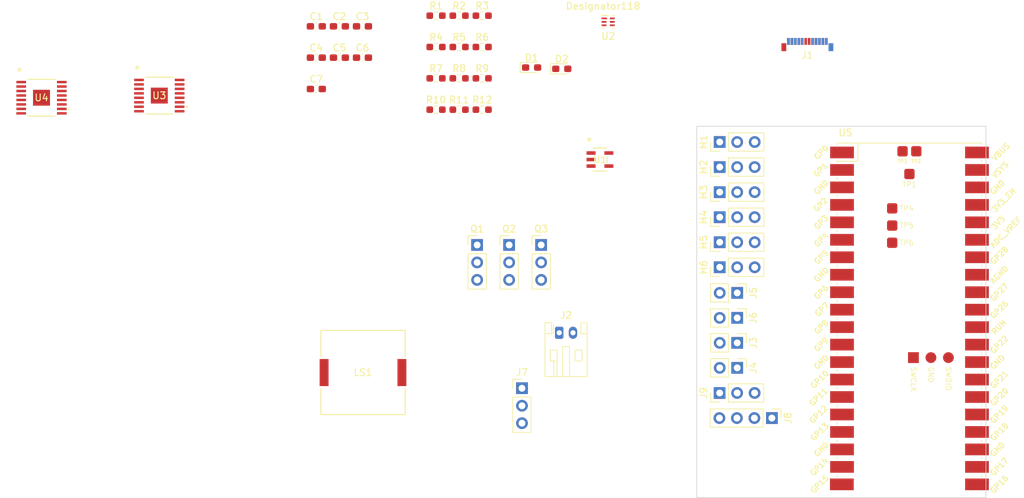
<source format=kicad_pcb>
(kicad_pcb (version 20221018) (generator pcbnew)
  (layers (0 "F.Cu" signal) (31 "B.Cu" signal) (34 "B.Paste" user) (35 "F.Paste" user) (36 "B.SilkS" user "B.Silkscreen") (37 "F.SilkS" user "F.Silkscreen") (38 "B.Mask" user) (39 "F.Mask" user) (44 "Edge.Cuts" user))
  (net 0 "")
  (net 1 "GND")
  (net 2 "/Pico W/SRV_01")
  (net 3 "/Pico W/SRV_02")
  (net 4 "/Pico W/SRV_03")
  (net 5 "/Pico W/SRV_04")
  (net 6 "/Motor Management/MOT_A+")
  (net 7 "/Motor Management/MOT_A-")
  (net 8 "/Pico W/SRV_05")
  (net 9 "/Pico W/SRV_06")
  (net 10 "/Motor Management/nFAULT_01")
  (net 11 "/Motor Management/nFAULT_02")
  (net 12 "/Motor Management/MOT_C+")
  (net 13 "/Motor Management/MOT_C-")
  (net 14 "/Extras/BUZZER")
  (net 15 "/Pico W/SDA")
  (net 16 "/Pico W/SCL")
  (net 17 "/Motor Management/MOT_D-")
  (net 18 "/Motor Management/MOT_D+")
  (net 19 "/Extras/RGB_LED")
  (net 20 "/Motor Management/MOT_B-")
  (net 21 "/Motor Management/MOT_B+")
  (net 22 "+3.3V")
  (net 23 "+5V")
  (net 24 "VBUS")
  (net 25 "Net-(J7-Pin_3)")
  (net 26 "Net-(J7-Pin_1)")
  (net 27 "/Pico W/USB_D+")
  (net 28 "/Pico W/BOOTSEL")
  (net 29 "Net-(U2-BAT)")
  (net 30 "/Power Management/POWER_LED_A")
  (net 31 "Net-(D2-K)")
  (net 34 "Net-(J1-CC1)")
  (net 40 "Net-(J1-CC2)")
  (net 44 "/Power Management/BAT_GND")
  (net 45 "Net-(J3-Pin_1)")
  (net 46 "Net-(J3-Pin_2)")
  (net 47 "Net-(J4-Pin_1)")
  (net 48 "Net-(J4-Pin_2)")
  (net 49 "Net-(J5-Pin_1)")
  (net 50 "Net-(J5-Pin_2)")
  (net 51 "Net-(J6-Pin_1)")
  (net 52 "Net-(J6-Pin_2)")
  (net 53 "/Power Management/Batt_Source")
  (net 54 "Net-(Q2-D)")
  (net 55 "Net-(Q2-G)")
  (net 56 "Net-(Q2-S)")
  (net 57 "Net-(Q3-G)")
  (net 58 "VSYS")
  (net 59 "Net-(U1-STAT)")
  (net 60 "Net-(U1-PROG)")
  (net 61 "Net-(U2-V-)")
  (net 62 "Net-(U4-AISEN)")
  (net 63 "Net-(U3-AISEN)")
  (net 64 "Net-(U4-BISEN)")
  (net 65 "Net-(U3-BISEN)")
  (footprint "Resistor_SMD:R_0603_1608Metric_Pad0.98x0.95mm_HandSolder" (layer "F.Cu") (at 162.13 43.032)
    (fp_text reference "R7" (at 0 -1.43) (layer "F.SilkS"))
    (fp_text value "330")
    (pad "1" smd roundrect (at -0.9125 0) (size 0.975 0.95) (layers "F.Cu" "F.Paste" "F.Mask") (net 1 "GND"))
    (pad "2" smd roundrect (at 0.9125 0) (size 0.975 0.95) (layers "F.Cu" "F.Paste" "F.Mask") (net 29 "Net-(U2-BAT)"))
  )
  (footprint "Resistor_SMD:R_0603_1608Metric_Pad0.98x0.95mm_HandSolder" (layer "F.Cu") (at 168.83 43.032)
    (fp_text reference "R9" (at 0 -1.43) (layer "F.SilkS"))
    (fp_text value "R")
    (pad "1" smd roundrect (at -0.9125 0) (size 0.975 0.95) (layers "F.Cu" "F.Paste" "F.Mask") (net 62 "Net-(U4-AISEN)"))
    (pad "2" smd roundrect (at 0.9125 0) (size 0.975 0.95) (layers "F.Cu" "F.Paste" "F.Mask") (net 1 "GND"))
  )
  (footprint "Resistor_SMD:R_0603_1608Metric_Pad0.98x0.95mm_HandSolder" (layer "F.Cu") (at 165.48 47.588)
    (fp_text reference "R11" (at 0 -1.43) (layer "F.SilkS"))
    (fp_text value "R")
    (pad "1" smd roundrect (at -0.9125 0) (size 0.975 0.95) (layers "F.Cu" "F.Paste" "F.Mask") (net 64 "Net-(U4-BISEN)"))
    (pad "2" smd roundrect (at 0.9125 0) (size 0.975 0.95) (layers "F.Cu" "F.Paste" "F.Mask") (net 1 "GND"))
  )
  (footprint "Connector_PinHeader_2.54mm:PinHeader_1x03_P2.54mm_Vertical" (layer "F.Cu") (at 203.335 70.506666 90)
    (fp_text reference "M6" (at 0 -2.33 90) (layer "F.SilkS"))
    (fp_text value "Motor_Servo")
    (pad "1" thru_hole rect (at 0 0 90) (size 1.7 1.7) (drill 1) (layers "*.Cu" "*.Mask") (net 8 "/Pico W/SRV_05"))
    (pad "2" thru_hole oval (at 0 2.54 90) (size 1.7 1.7) (drill 1) (layers "*.Cu" "*.Mask") (net 23 "+5V"))
    (pad "3" thru_hole oval (at 0 5.08 90) (size 1.7 1.7) (drill 1) (layers "*.Cu" "*.Mask") (net 1 "GND"))
  )
  (footprint "MCP73831:SOT-23-5_MC_MCH" (layer "F.Cu") (at 185.94 54.84)
    (fp_text reference "U1" (at 0 0 unlocked) (layer "F.SilkS"))
    (fp_text value "MCP73831T-2ACI/OT")
    (fp_text user "*" (at -1.5494 -2.601) (layer "F.SilkS"))
    (fp_text user "*" (at -1.5494 -2.601 unlocked) (layer "F.SilkS"))
    (pad "1" smd rect (at -1.2954 -0.950001) (size 1.309599 0.508) (layers "F.Cu" "F.Paste" "F.Mask") (net 59 "Net-(U1-STAT)"))
    (pad "2" smd rect (at -1.2954 0) (size 1.309599 0.508) (layers "F.Cu" "F.Paste" "F.Mask") (net 1 "GND"))
    (pad "3" smd rect (at -1.2954 0.950001) (size 1.309599 0.508) (layers "F.Cu" "F.Paste" "F.Mask") (net 1 "GND"))
    (pad "4" smd rect (at 1.2954 0.950001) (size 1.309599 0.508) (layers "F.Cu" "F.Paste" "F.Mask") (net 24 "VBUS"))
    (pad "5" smd rect (at 1.2954 -0.950001) (size 1.309599 0.508) (layers "F.Cu" "F.Paste" "F.Mask") (net 60 "Net-(U1-PROG)"))
  )
  (footprint "Connector_PinHeader_2.54mm:PinHeader_1x03_P2.54mm_Vertical" (layer "F.Cu") (at 203.335 63.220666 90)
    (fp_text reference "M4" (at 0 -2.33 90) (layer "F.SilkS"))
    (fp_text value "Motor_Servo")
    (pad "1" thru_hole rect (at 0 0 90) (size 1.7 1.7) (drill 1) (layers "*.Cu" "*.Mask") (net 4 "/Pico W/SRV_03"))
    (pad "2" thru_hole oval (at 0 2.54 90) (size 1.7 1.7) (drill 1) (layers "*.Cu" "*.Mask") (net 23 "+5V"))
    (pad "3" thru_hole oval (at 0 5.08 90) (size 1.7 1.7) (drill 1) (layers "*.Cu" "*.Mask") (net 1 "GND"))
  )
  (footprint "Connector_PinHeader_2.54mm:PinHeader_1x03_P2.54mm_Vertical" (layer "F.Cu") (at 203.335 66.863666 90)
    (fp_text reference "M5" (at 0 -2.33 90) (layer "F.SilkS"))
    (fp_text value "Motor_Servo")
    (pad "1" thru_hole rect (at 0 0 90) (size 1.7 1.7) (drill 1) (layers "*.Cu" "*.Mask") (net 5 "/Pico W/SRV_04"))
    (pad "2" thru_hole oval (at 0 2.54 90) (size 1.7 1.7) (drill 1) (layers "*.Cu" "*.Mask") (net 23 "+5V"))
    (pad "3" thru_hole oval (at 0 5.08 90) (size 1.7 1.7) (drill 1) (layers "*.Cu" "*.Mask") (net 1 "GND"))
  )
  (footprint "Connector_PinHeader_2.54mm:PinHeader_1x03_P2.54mm_Vertical" (layer "F.Cu") (at 174.61 88.095)
    (fp_text reference "J7" (at 0 -2.33) (layer "F.SilkS"))
    (fp_text value "Conn_01x03")
    (pad "1" thru_hole rect (at 0 0) (size 1.7 1.7) (drill 1) (layers "*.Cu" "*.Mask") (net 26 "Net-(J7-Pin_1)"))
    (pad "2" thru_hole oval (at 0 2.54) (size 1.7 1.7) (drill 1) (layers "*.Cu" "*.Mask") (net 1 "GND"))
    (pad "3" thru_hole oval (at 0 5.08) (size 1.7 1.7) (drill 1) (layers "*.Cu" "*.Mask") (net 25 "Net-(J7-Pin_3)"))
  )
  (footprint "Resistor_SMD:R_0603_1608Metric_Pad0.98x0.95mm_HandSolder" (layer "F.Cu") (at 168.83 33.92)
    (fp_text reference "R3" (at 0 -1.43) (layer "F.SilkS"))
    (fp_text value "2k")
    (pad "1" smd roundrect (at -0.9125 0) (size 0.975 0.95) (layers "F.Cu" "F.Paste" "F.Mask") (net 58 "VSYS"))
    (pad "2" smd roundrect (at 0.9125 0) (size 0.975 0.95) (layers "F.Cu" "F.Paste" "F.Mask") (net 30 "/Power Management/POWER_LED_A"))
  )
  (footprint "DRV8411:TSSOP_11PWPR_TEX" (layer "F.Cu") (at 104.8211 45.85)
    (fp_text reference "U4" (at 0 0 unlocked) (layer "F.SilkS"))
    (fp_text value "PDRV8411PWPR")
    (fp_text user "*" (at -3.20395 -3.772751) (layer "F.SilkS"))
    (fp_text user "*" (at -3.20395 -3.772751 unlocked) (layer "F.SilkS"))
    (pad "1" smd rect (at -2.949948 -2.274951) (size 1.404099 0.3548) (layers "F.Cu" "F.Paste" "F.Mask") (net 62 "Net-(U4-AISEN)"))
    (pad "2" smd rect (at -2.949948 -1.624965) (size 1.404099 0.3548) (layers "F.Cu" "F.Paste" "F.Mask") (net 46 "Net-(J3-Pin_2)"))
    (pad "3" smd rect (at -2.949948 -0.974979) (size 1.404099 0.3548) (layers "F.Cu" "F.Paste" "F.Mask") (net 48 "Net-(J4-Pin_2)"))
    (pad "4" smd rect (at -2.949948 -0.324993) (size 1.404099 0.3548) (layers "F.Cu" "F.Paste" "F.Mask") (net 64 "Net-(U4-BISEN)"))
    (pad "5" smd rect (at -2.949948 0.324993) (size 1.404099 0.3548) (layers "F.Cu" "F.Paste" "F.Mask") (net 47 "Net-(J4-Pin_1)"))
    (pad "6" smd rect (at -2.949948 0.974979) (size 1.404099 0.3548) (layers "F.Cu" "F.Paste" "F.Mask") (net 11 "/Motor Management/nFAULT_02"))
    (pad "7" smd rect (at -2.949948 1.624965) (size 1.404099 0.3548) (layers "F.Cu" "F.Paste" "F.Mask") (net 18 "/Motor Management/MOT_D+"))
    (pad "8" smd rect (at -2.949948 2.274951) (size 1.404099 0.3548) (layers "F.Cu" "F.Paste" "F.Mask") (net 17 "/Motor Management/MOT_D-"))
    (pad "9" smd rect (at 2.949948 2.274951) (size 1.404099 0.3548) (layers "F.Cu" "F.Paste" "F.Mask"))
    (pad "10" smd rect (at 2.949948 1.624965) (size 1.404099 0.3548) (layers "F.Cu" "F.Paste" "F.Mask") (net 23 "+5V"))
    (pad "11" smd rect (at 2.949948 0.974979) (size 1.404099 0.3548) (layers "F.Cu" "F.Paste" "F.Mask") (net 1 "GND"))
    (pad "12" smd rect (at 2.949948 0.324993) (size 1.404099 0.3548) (layers "F.Cu" "F.Paste" "F.Mask"))
    (pad "13" smd rect (at 2.949948 -0.324993) (size 1.404099 0.3548) (layers "F.Cu" "F.Paste" "F.Mask") (net 13 "/Motor Management/MOT_C-"))
    (pad "14" smd rect (at 2.949948 -0.974979) (size 1.404099 0.3548) (layers "F.Cu" "F.Paste" "F.Mask") (net 12 "/Motor Management/MOT_C+"))
    (pad "15" smd rect (at 2.949948 -1.624965) (size 1.404099 0.3548) (layers "F.Cu" "F.Paste" "F.Mask"))
    (pad "16" smd rect (at 2.949948 -2.274951) (size 1.404099 0.3548) (layers "F.Cu" "F.Paste" "F.Mask") (net 45 "Net-(J3-Pin_1)"))
    (pad "EPAD" smd rect (at 0 0) (size 2.4638 2.3114) (layers "F.Cu" "F.Paste" "F.Mask") (net 1 "GND"))
  )
  (footprint "Capacitor_SMD:C_0603_1608Metric_Pad1.08x0.95mm_HandSolder" (layer "F.Cu") (at 148.09 40.026)
    (fp_text reference "C5" (at 0 -1.43) (layer "F.SilkS"))
    (fp_text value "C")
    (pad "1" smd roundrect (at -0.8625 0) (size 1.075 0.95) (layers "F.Cu" "F.Paste" "F.Mask") (net 23 "+5V"))
    (pad "2" smd roundrect (at 0.8625 0) (size 1.075 0.95) (layers "F.Cu" "F.Paste" "F.Mask") (net 1 "GND"))
  )
  (footprint "LED_SMD:LED_0603_1608Metric_Pad1.05x0.95mm_HandSolder" (layer "F.Cu") (at 180.3925 41.65)
    (fp_text reference "D2" (at 0 -1.43) (layer "F.SilkS"))
    (fp_text value "LED")
    (pad "1" smd roundrect (at -0.875 0) (size 1.05 0.95) (layers "F.Cu" "F.Paste" "F.Mask") (net 31 "Net-(D2-K)"))
    (pad "2" smd roundrect (at 0.875 0) (size 1.05 0.95) (layers "F.Cu" "F.Paste" "F.Mask") (net 24 "VBUS"))
  )
  (footprint "Connector_USB:USB_C_Plug_Molex_105444" (layer "F.Cu") (at 216.07 37.62)
    (fp_text reference "J1" (at 0 2.04) (layer "F.SilkS"))
    (fp_text value "USB_C_Receptacle")
    (pad "A1" smd rect (at -2.75 0.04) (size 0.38 1) (layers "F.Cu" "F.Paste" "F.Mask") (net 1 "GND"))
    (pad "A2" smd rect (at -2.25 0.04) (size 0.38 1) (layers "F.Cu" "F.Paste" "F.Mask"))
    (pad "A3" smd rect (at -1.75 0.04) (size 0.38 1) (layers "F.Cu" "F.Paste" "F.Mask"))
    (pad "A4" smd rect (at -1.25 0.04) (size 0.38 1) (layers "F.Cu" "F.Paste" "F.Mask") (net 24 "VBUS"))
    (pad "A5" smd rect (at -0.75 0.04) (size 0.38 1) (layers "F.Cu" "F.Paste" "F.Mask") (net 34 "Net-(J1-CC1)"))
    (pad "A6" smd rect (at -0.25 0.04) (size 0.38 1) (layers "F.Cu" "F.Paste" "F.Mask") (net 27 "/Pico W/USB_D+"))
    (pad "A7" smd rect (at 0.25 0.04) (size 0.38 1) (layers "F.Cu" "F.Paste" "F.Mask") (net 27 "/Pico W/USB_D+"))
    (pad "A8" smd rect (at 0.75 0.04) (size 0.38 1) (layers "F.Cu" "F.Paste" "F.Mask"))
    (pad "A9" smd rect (at 1.25 0.04) (size 0.38 1) (layers "F.Cu" "F.Paste" "F.Mask") (net 24 "VBUS"))
    (pad "A10" smd rect (at 1.75 0.04) (size 0.38 1) (layers "F.Cu" "F.Paste" "F.Mask"))
    (pad "A11" smd rect (at 2.25 0.04) (size 0.38 1) (layers "F.Cu" "F.Paste" "F.Mask"))
    (pad "A12" smd rect (at 2.75 0.04) (size 0.38 1) (layers "F.Cu" "F.Paste" "F.Mask") (net 1 "GND"))
    (pad "B1" smd rect (at 2.75 0.04) (size 0.38 1) (layers "B.Cu" "B.Paste" "B.Mask") (net 1 "GND"))
    (pad "B2" smd rect (at 2.25 0.04) (size 0.38 1) (layers "B.Cu" "B.Paste" "B.Mask"))
    (pad "B3" smd rect (at 1.75 0.04) (size 0.38 1) (layers "B.Cu" "B.Paste" "B.Mask"))
    (pad "B4" smd rect (at 1.25 0.04) (size 0.38 1) (layers "B.Cu" "B.Paste" "B.Mask") (net 24 "VBUS"))
    (pad "B5" smd rect (at 0.75 0.04) (size 0.38 1) (layers "B.Cu" "B.Paste" "B.Mask") (net 40 "Net-(J1-CC2)"))
    (pad "B8" smd rect (at -0.75 0.04) (size 0.38 1) (layers "B.Cu" "B.Paste" "B.Mask"))
    (pad "B9" smd rect (at -1.25 0.04) (size 0.38 1) (layers "B.Cu" "B.Paste" "B.Mask") (net 24 "VBUS"))
    (pad "B10" smd rect (at -1.75 0.04) (size 0.38 1) (layers "B.Cu" "B.Paste" "B.Mask"))
    (pad "B11" smd rect (at -2.25 0.04) (size 0.38 1) (layers "B.Cu" "B.Paste" "B.Mask"))
    (pad "B12" smd rect (at -2.75 0.04) (size 0.38 1) (layers "B.Cu" "B.Paste" "B.Mask") (net 1 "GND"))
    (pad "S1" smd rect (at -3.42 0.88) (size 0.7 1.15) (layers "F.Cu" "F.Paste" "F.Mask") (net 1 "GND"))
    (pad "S1" smd rect (at 3.42 0.88) (size 0.7 1.15) (layers "B.Cu" "B.Paste" "B.Mask") (net 1 "GND"))
  )
  (footprint "Connector_PinHeader_2.54mm:PinHeader_1x02_P2.54mm_Vertical" (layer "F.Cu") (at 205.875 77.863333 -90)
    (fp_text reference "J6" (at 0 -2.33 90) (layer "F.SilkS"))
    (fp_text value "Motor 2")
    (pad "1" thru_hole rect (at 0 0 270) (size 1.7 1.7) (drill 1) (layers "*.Cu" "*.Mask") (net 51 "Net-(J6-Pin_1)"))
    (pad "2" thru_hole oval (at 0 2.54 270) (size 1.7 1.7) (drill 1) (layers "*.Cu" "*.Mask") (net 52 "Net-(J6-Pin_2)"))
  )
  (footprint "Resistor_SMD:R_0603_1608Metric_Pad0.98x0.95mm_HandSolder" (layer "F.Cu") (at 168.83 47.588)
    (fp_text reference "R12" (at 0 -1.43) (layer "F.SilkS"))
    (fp_text value "R")
    (pad "1" smd roundrect (at -0.9125 0) (size 0.975 0.95) (layers "F.Cu" "F.Paste" "F.Mask") (net 65 "Net-(U3-BISEN)"))
    (pad "2" smd roundrect (at 0.9125 0) (size 0.975 0.95) (layers "F.Cu" "F.Paste" "F.Mask") (net 1 "GND"))
  )
  (footprint "Connector_PinHeader_2.54mm:PinHeader_1x03_P2.54mm_Vertical" (layer "F.Cu") (at 203.325 88.78 90)
    (fp_text reference "J9" (at 0 -2.33 90) (layer "F.SilkS"))
    (fp_text value "RGBLED")
    (pad "1" thru_hole rect (at 0 0 90) (size 1.7 1.7) (drill 1) (layers "*.Cu" "*.Mask") (net 23 "+5V"))
    (pad "2" thru_hole oval (at 0 2.54 90) (size 1.7 1.7) (drill 1) (layers "*.Cu" "*.Mask") (net 19 "/Extras/RGB_LED"))
    (pad "3" thru_hole oval (at 0 5.08 90) (size 1.7 1.7) (drill 1) (layers "*.Cu" "*.Mask") (net 1 "GND"))
  )
  (footprint "Resistor_SMD:R_0603_1608Metric_Pad0.98x0.95mm_HandSolder" (layer "F.Cu") (at 168.83 38.476)
    (fp_text reference "R6" (at 0 -1.43) (layer "F.SilkS"))
    (fp_text value "3k3")
    (pad "1" smd roundrect (at -0.9125 0) (size 0.975 0.95) (layers "F.Cu" "F.Paste" "F.Mask") (net 60 "Net-(U1-PROG)"))
    (pad "2" smd roundrect (at 0.9125 0) (size 0.975 0.95) (layers "F.Cu" "F.Paste" "F.Mask") (net 1 "GND"))
  )
  (footprint "Connector_JST:JST_PH_S2B-PH-K_1x02_P2.00mm_Horizontal" (layer "F.Cu") (at 180.02 80.03)
    (fp_text reference "J2" (at 1 -2.55) (layer "F.SilkS"))
    (fp_text value "BAT")
    (pad "1" thru_hole roundrect (at 0 0) (size 1.2 1.75) (drill 0.75) (layers "*.Cu" "*.Mask") (roundrect_rratio 0.208333) (net 1 "GND"))
    (pad "2" thru_hole oval (at 2 0) (size 1.2 1.75) (drill 0.75) (layers "*.Cu" "*.Mask") (net 44 "/Power Management/BAT_GND"))
  )
  (footprint "PKLCS1212:PKLCS_472x472_MUR" (layer "F.Cu") (at 151.52 85.81)
    (fp_text reference "LS1" (at 0 0 unlocked) (layer "F.SilkS"))
    (fp_text value "PKLCS1212E4001-R1")
    (pad "1" smd rect (at -5.6515 0) (size 1.2954 3.937) (layers "F.Cu" "F.Paste" "F.Mask") (net 14 "/Extras/BUZZER"))
    (pad "2" smd rect (at 5.6515 0) (size 1.2954 3.937) (layers "F.Cu" "F.Paste" "F.Mask") (net 1 "GND"))
  )
  (footprint "Resistor_SMD:R_0603_1608Metric_Pad0.98x0.95mm_HandSolder" (layer "F.Cu") (at 162.13 47.588)
    (fp_text reference "R10" (at 0 -1.43) (layer "F.SilkS"))
    (fp_text value "R")
    (pad "1" smd roundrect (at -0.9125 0) (size 0.975 0.95) (layers "F.Cu" "F.Paste" "F.Mask") (net 63 "Net-(U3-AISEN)"))
    (pad "2" smd roundrect (at 0.9125 0) (size 0.975 0.95) (layers "F.Cu" "F.Paste" "F.Mask") (net 1 "GND"))
  )
  (footprint "Resistor_SMD:R_0603_1608Metric_Pad0.98x0.95mm_HandSolder" (layer "F.Cu") (at 165.48 43.032)
    (fp_text reference "R8" (at 0 -1.43) (layer "F.SilkS"))
    (fp_text value "2.2k")
    (pad "1" smd roundrect (at -0.9125 0) (size 0.975 0.95) (layers "F.Cu" "F.Paste" "F.Mask") (net 61 "Net-(U2-V-)"))
    (pad "2" smd roundrect (at 0.9125 0) (size 0.975 0.95) (layers "F.Cu" "F.Paste" "F.Mask") (net 56 "Net-(Q2-S)"))
  )
  (footprint "Connector_PinHeader_2.54mm:PinHeader_1x03_P2.54mm_Vertical" (layer "F.Cu") (at 203.335 59.577666 90)
    (fp_text reference "M3" (at 0 -2.33 90) (layer "F.SilkS"))
    (fp_text value "Motor_Servo")
    (pad "1" thru_hole rect (at 0 0 90) (size 1.7 1.7) (drill 1) (layers "*.Cu" "*.Mask") (net 3 "/Pico W/SRV_02"))
    (pad "2" thru_hole oval (at 0 2.54 90) (size 1.7 1.7) (drill 1) (layers "*.Cu" "*.Mask") (net 23 "+5V"))
    (pad "3" thru_hole oval (at 0 5.08 90) (size 1.7 1.7) (drill 1) (layers "*.Cu" "*.Mask") (net 1 "GND"))
  )
  (footprint "DRV8411:TSSOP_11PWPR_TEX" (layer "F.Cu") (at 121.9311 45.54)
    (fp_text reference "U3" (at 0 0 unlocked) (layer "F.SilkS"))
    (fp_text value "PDRV8411PWPR")
    (fp_text user "*" (at -3.20395 -3.772751) (layer "F.SilkS"))
    (fp_text user "*" (at -3.20395 -3.772751 unlocked) (layer "F.SilkS"))
    (pad "1" smd rect (at -2.949948 -2.274951) (size 1.404099 0.3548) (layers "F.Cu" "F.Paste" "F.Mask") (net 63 "Net-(U3-AISEN)"))
    (pad "2" smd rect (at -2.949948 -1.624965) (size 1.404099 0.3548) (layers "F.Cu" "F.Paste" "F.Mask") (net 50 "Net-(J5-Pin_2)"))
    (pad "3" smd rect (at -2.949948 -0.974979) (size 1.404099 0.3548) (layers "F.Cu" "F.Paste" "F.Mask") (net 52 "Net-(J6-Pin_2)"))
    (pad "4" smd rect (at -2.949948 -0.324993) (size 1.404099 0.3548) (layers "F.Cu" "F.Paste" "F.Mask") (net 65 "Net-(U3-BISEN)"))
    (pad "5" smd rect (at -2.949948 0.324993) (size 1.404099 0.3548) (layers "F.Cu" "F.Paste" "F.Mask") (net 51 "Net-(J6-Pin_1)"))
    (pad "6" smd rect (at -2.949948 0.974979) (size 1.404099 0.3548) (layers "F.Cu" "F.Paste" "F.Mask") (net 10 "/Motor Management/nFAULT_01"))
    (pad "7" smd rect (at -2.949948 1.624965) (size 1.404099 0.3548) (layers "F.Cu" "F.Paste" "F.Mask") (net 21 "/Motor Management/MOT_B+"))
    (pad "8" smd rect (at -2.949948 2.274951) (size 1.404099 0.3548) (layers "F.Cu" "F.Paste" "F.Mask") (net 20 "/Motor Management/MOT_B-"))
    (pad "9" smd rect (at 2.949948 2.274951) (size 1.404099 0.3548) (layers "F.Cu" "F.Paste" "F.Mask"))
    (pad "10" smd rect (at 2.949948 1.624965) (size 1.404099 0.3548) (layers "F.Cu" "F.Paste" "F.Mask") (net 23 "+5V"))
    (pad "11" smd rect (at 2.949948 0.974979) (size 1.404099 0.3548) (layers "F.Cu" "F.Paste" "F.Mask") (net 1 "GND"))
    (pad "12" smd rect (at 2.949948 0.324993) (size 1.404099 0.3548) (layers "F.Cu" "F.Paste" "F.Mask"))
    (pad "13" smd rect (at 2.949948 -0.324993) (size 1.404099 0.3548) (layers "F.Cu" "F.Paste" "F.Mask") (net 7 "/Motor Management/MOT_A-"))
    (pad "14" smd rect (at 2.949948 -0.974979) (size 1.404099 0.3548) (layers "F.Cu" "F.Paste" "F.Mask") (net 6 "/Motor Management/MOT_A+"))
    (pad "15" smd rect (at 2.949948 -1.624965) (size 1.404099 0.3548) (layers "F.Cu" "F.Paste" "F.Mask"))
    (pad "16" smd rect (at 2.949948 -2.274951) (size 1.404099 0.3548) (layers "F.Cu" "F.Paste" "F.Mask") (net 49 "Net-(J5-Pin_1)"))
    (pad "EPAD" smd rect (at 0 0) (size 2.4638 2.3114) (layers "F.Cu" "F.Paste" "F.Mask") (net 1 "GND"))
  )
  (footprint "MCU_RaspberryPi_and_Boards:RPi_Pico_W_SMD" (layer "F.Cu") (at 220.39 103.44)
    (fp_text reference "U5" (at 1.21 -52.49) (layer "F.SilkS"))
    (fp_text value "Pico")
    (fp_text user "GND" (at -2.3 -19.15 45) (layer "F.SilkS") (effects (font (size 0.8 0.8))))
    (fp_text user "GP3" (at -2.3 -39.47 45) (layer "F.SilkS") (effects (font (size 0.8 0.8))))
    (fp_text user "GP17" (at 23.554 -3.91 45) (layer "F.SilkS") (effects (font (size 0.8 0.8))))
    (fp_text user "GP11" (at -2.7 -14.07 45) (layer "F.SilkS") (effects (font (size 0.8 0.8))))
    (fp_text user "TP5" (at 9.01 -38.56425 unlocked) (layer "F.SilkS") (effects (font (size 0.75 0.75) (thickness 0.1)) (justify left bottom)))
    (fp_text user "GP21" (at 23.554 -16.6 45) (layer "F.SilkS") (effects (font (size 0.8 0.8))))
    (fp_text user "GP10" (at -2.554 -16.61 45) (layer "F.SilkS") (effects (font (size 0.8 0.8))))
    (fp_text user "GP20" (at 23.554 -14.07 45) (layer "F.SilkS") (effects (font (size 0.8 0.8))))
    (fp_text user "GP13" (at -2.554 -8.99 45) (layer "F.SilkS") (effects (font (size 0.8 0.8))))
    (fp_text user "GP18" (at 23.554 -8.99 45) (layer "F.SilkS") (effects (font (size 0.8 0.8))))
    (fp_text user "AGND" (at 23.554 -31.85 45) (layer "F.SilkS") (effects (font (size 0.8 0.8))))
    (fp_text user "GND" (at 23.3 -6.45 45) (layer "F.SilkS") (effects (font (size 0.8 0.8))))
    (fp_text user "GND" (at 23.3 -19.15 45) (layer "F.SilkS") (effects (font (size 0.8 0.8))))
    (fp_text user "GP8" (at -2.3 -24.23 45) (layer "F.SilkS") (effects (font (size 0.8 0.8))))
    (fp_text user "GP6" (at -2.3 -29.31 45) (layer "F.SilkS") (effects (font (size 0.8 0.8))))
    (fp_text user "SWCLK" (at 10.64835 -18.52 -90 unlocked) (layer "F.SilkS") (effects (font (size 0.75 0.75) (thickness 0.1)) (justify left bottom)))
    (fp_text user "TP6" (at 9.01 -36.06425 unlocked) (layer "F.SilkS") (effects (font (size 0.75 0.75) (thickness 0.1)) (justify left bottom)))
    (fp_text user "GP28" (at 23.554 -34.644 45) (layer "F.SilkS") (effects (font (size 0.8 0.8))))
    (fp_text user "SWDIO" (at 15.72835 -18.52 -90 unlocked) (layer "F.SilkS") (effects (font (size 0.75 0.75) (thickness 0.1)) (justify left bottom)))
    (fp_text user "GP7" (at -2.2 -26.8 45) (layer "F.SilkS") (effects (font (size 0.8 0.8))))
    (fp_text user "TP1" (at 9.407143 -44.53 unlocked) (layer "F.SilkS") (effects (font (size 0.75 0.75) (thickness 0.1)) (justify left bottom)))
    (fp_text user "GP14" (at -2.6 -3.91 45) (layer "F.SilkS") (effects (font (size 0.8 0.8))))
    (fp_text user "GND" (at 23.3 -44.55 45) (layer "F.SilkS") (effects (font (size 0.8 0.8))))
    (fp_text user "RUN" (at 23.5 -24.23 45) (layer "F.SilkS") (effects (font (size 0.8 0.8))))
    (fp_text user "GP26" (at 23.554 -26.77 45) (layer "F.SilkS") (effects (font (size 0.8 0.8))))
    (fp_text user "ADC_VREF" (at 24.5 -38 45) (layer "F.SilkS") (effects (font (size 0.8 0.8))))
    (fp_text user "GP9" (at -2.3 -21.69 45) (layer "F.SilkS") (effects (font (size 0.8 0.8))))
    (fp_text user "GP0" (at -2.3 -49.63 45) (layer "F.SilkS") (effects (font (size 0.8 0.8))))
    (fp_text user "GP15" (at -2.554 -1.37 45) (layer "F.SilkS") (effects (font (size 0.8 0.8))))
    (fp_text user "VBUS" (at 23.8 -49.7 45) (layer "F.SilkS") (effects (font (size 0.8 0.8))))
    (fp_text user "TP2" (at 10.721429 -48.06 unlocked) (layer "F.SilkS") (effects (font (size 0.5 0.5) (thickness 0.1)) (justify left bottom)))
    (fp_text user "GND" (at 13.18835 -18.52 -90 unlocked) (layer "F.SilkS") (effects (font (size 0.75 0.75) (thickness 0.1)) (justify left bottom)))
    (fp_text user "GP12" (at -2.7 -11.53 45) (layer "F.SilkS") (effects (font (size 0.8 0.8))))
    (fp_text user "GP19" (at 23.554 -11.53 45) (layer "F.SilkS") (effects (font (size 0.8 0.8))))
    (fp_text user "VSYS" (at 23.7 -47.09 45) (layer "F.SilkS") (effects (font (size 0.8 0.8))))
    (fp_text user "GP4" (at -2.3 -36.93 45) (layer "F.SilkS") (effects (font (size 0.8 0.8))))
    (fp_text user "TP3" (at 8.721429 -48.06 unlocked) (layer "F.SilkS") (effects (font (size 0.5 0.5) (thickness 0.1)) (justify left bottom)))
    (fp_text user "TP4" (at 9.01 -41.06425 unlocked) (layer "F.SilkS") (effects (font (size 0.75 0.75) (thickness 0.1)) (justify left bottom)))
    (fp_text user "GP27" (at 23.554 -29.3 45) (layer "F.SilkS") (effects (font (size 0.8 0.8))))
    (fp_text user "GP22" (at 23.554 -21.69 45) (layer "F.SilkS") (effects (font (size 0.8 0.8))))
    (fp_text user "GP2" (at -2.4 -42.01 45) (layer "F.SilkS") (effects (font (size 0.8 0.8))))
    (fp_text user "GND" (at -2.3 -6.45 45) (layer "F.SilkS") (effects (font (size 0.8 0.8))))
    (fp_text user "GP1" (at -2.4 -47.1 45) (layer "F.SilkS") (effects (font (size 0.8 0.8))))
    (fp_text user "GND" (at -2.3 -31.85 45) (layer "F.SilkS") (effects (font (size 0.8 0.8))))
    (fp_text user "GP16" (at 23.554 -1.37 45) (layer "F.SilkS") (effects (font (size 0.8 0.8))))
    (fp_text user "GND" (at -2.3 -44.55 45) (layer "F.SilkS") (effects (font (size 0.8 0.8))))
    (fp_text user "3V3_EN" (at 24.2 -42.7 45) (layer "F.SilkS") (effects (font (size 0.8 0.8))))
    (fp_text user "3V3" (at 23.4 -39.4 45) (layer "F.SilkS") (effects (font (size 0.8 0.8))))
    (fp_text user "GP5" (at -2.3 -34.39 45) (layer "F.SilkS") (effects (font (size 0.8 0.8))))
    (pad "" np_thru_hole oval (at 7.775 -49.5) (size 1.1 1.8) (drill oval 1.1 1.8) (layers "F&B.Cu" "*.Mask"))
    (pad "" np_thru_hole oval (at 8.075 -46.47) (size 1.05 1.45) (drill oval 1.05 1.45) (layers "F&B.Cu" "*.Mask"))
    (pad "" np_thru_hole oval (at 12.925 -46.47) (size 1.05 1.45) (drill oval 1.05 1.45) (layers "F&B.Cu" "*.Mask"))
    (pad "" np_thru_hole oval (at 13.225 -49.5) (size 1.1 1.8) (drill oval 1.1 1.8) (layers "F&B.Cu" "*.Mask"))
    (pad "1" smd rect (at 1.61 -49.63) (size 3.45 1.7) (drill (offset -0.9 0)) (layers "F.Cu" "F.Mask"))
    (pad "2" smd rect (at 1.61 -47.09) (size 3.45 1.7) (drill (offset -0.9 0)) (layers "F.Cu" "F.Mask"))
    (pad "3" smd rect (at 1.61 -44.55) (size 3.45 1.7) (drill (offset -0.9 0)) (layers "F.Cu" "F.Mask") (net 1 "GND"))
    (pad "4" smd rect (at 1.61 -42.01) (size 3.45 1.7) (drill (offset -0.9 0)) (layers "F.Cu" "F.Mask") (net 2 "/Pico W/SRV_01"))
    (pad "5" smd rect (at 1.61 -39.47) (size 3.45 1.7) (drill (offset -0.9 0)) (layers "F.Cu" "F.Mask") (net 3 "/Pico W/SRV_02"))
    (pad "6" smd rect (at 1.61 -36.93) (size 3.45 1.7) (drill (offset -0.9 0)) (layers "F.Cu" "F.Mask") (net 4 "/Pico W/SRV_03"))
    (pad "7" smd rect (at 1.61 -34.39) (size 3.45 1.7) (drill (offset -0.9 0)) (layers "F.Cu" "F.Mask") (net 5 "/Pico W/SRV_04"))
    (pad "8" smd rect (at 1.61 -31.85) (size 3.45 1.7) (drill (offset -0.9 0)) (layers "F.Cu" "F.Mask") (net 1 "GND"))
    (pad "9" smd rect (at 1.61 -29.31) (size 3.45 1.7) (drill (offset -0.9 0)) (layers "F.Cu" "F.Mask") (net 6 "/Motor Management/MOT_A+"))
    (pad "10" smd rect (at 1.61 -26.77) (size 3.45 1.7) (drill (offset -0.9 0)) (layers "F.Cu" "F.Mask") (net 7 "/Motor Management/MOT_A-"))
    (pad "11" smd rect (at 1.61 -24.23) (size 3.45 1.7) (drill (offset -0.9 0)) (layers "F.Cu" "F.Mask") (net 8 "/Pico W/SRV_05"))
    (pad "12" smd rect (at 1.61 -21.69) (size 3.45 1.7) (drill (offset -0.9 0)) (layers "F.Cu" "F.Mask") (net 9 "/Pico W/SRV_06"))
    (pad "13" smd rect (at 1.61 -19.15) (size 3.45 1.7) (drill (offset -0.9 0)) (layers "F.Cu" "F.Mask") (net 1 "GND"))
    (pad "14" smd rect (at 1.61 -16.61) (size 3.45 1.7) (drill (offset -0.9 0)) (layers "F.Cu" "F.Mask") (net 10 "/Motor Management/nFAULT_01"))
    (pad "15" smd rect (at 1.61 -14.07) (size 3.45 1.7) (drill (offset -0.9 0)) (layers "F.Cu" "F.Mask") (net 11 "/Motor Management/nFAULT_02"))
    (pad "16" smd rect (at 1.61 -11.53) (size 3.45 1.7) (drill (offset -0.9 0)) (layers "F.Cu" "F.Mask") (net 12 "/Motor Management/MOT_C+"))
    (pad "17" smd rect (at 1.61 -8.99) (size 3.45 1.7) (drill (offset -0.9 0)) (layers "F.Cu" "F.Mask") (net 13 "/Motor Management/MOT_C-"))
    (pad "18" smd rect (at 1.61 -6.45) (size 3.45 1.7) (drill (offset -0.9 0)) (layers "F.Cu" "F.Mask") (net 1 "GND"))
    (pad "19" smd rect (at 1.61 -3.91) (size 3.45 1.7) (drill (offset -0.9 0)) (layers "F.Cu" "F.Mask") (net 14 "/Extras/BUZZER"))
    (pad "20" smd rect (at 1.585 -1.37) (size 3.45 1.7) (drill (offset -0.9 0)) (layers "F.Cu" "F.Mask"))
    (pad "21" smd rect (at 19.415 -1.37) (size 3.45 1.7) (drill (offset 0.9 0)) (layers "F.Cu" "F.Mask") (net 15 "/Pico W/SDA"))
    (pad "22" smd rect (at 19.415 -3.91) (size 3.45 1.7) (drill (offset 0.9 0)) (layers "F.Cu" "F.Mask") (net 16 "/Pico W/SCL"))
    (pad "23" smd rect (at 19.415 -6.45) (size 3.45 1.7) (drill (offset 0.9 0)) (layers "F.Cu" "F.Mask") (net 1 "GND"))
    (pad "24" smd rect (at 19.415 -8.99) (size 3.45 1.7) (drill (offset 0.9 0)) (layers "F.Cu" "F.Mask") (net 17 "/Motor Management/MOT_D-"))
    (pad "25" smd rect (at 19.415 -11.53) (size 3.45 1.7) (drill (offset 0.9 0)) (layers "F.Cu" "F.Mask") (net 18 "/Motor Management/MOT_D+"))
    (pad "26" smd rect (at 19.415 -14.07) (size 3.45 1.7) (drill (offset 0.9 0)) (layers "F.Cu" "F.Mask"))
    (pad "27" smd rect (at 19.415 -16.61) (size 3.45 1.7) (drill (offset 0.9 0)) (layers "F.Cu" "F.Mask") (net 19 "/Extras/RGB_LED"))
    (pad "28" smd rect (at 19.415 -19.15) (size 3.45 1.7) (drill (offset 0.9 0)) (layers "F.Cu" "F.Mask") (net 1 "GND"))
    (pad "29" smd rect (at 19.415 -21.69) (size 3.45 1.7) (drill (offset 0.9 0)) (layers "F.Cu" "F.Mask"))
    (pad "30" smd rect (at 19.415 -24.23) (size 3.45 1.7) (drill (offset 0.9 0)) (layers "F.Cu" "F.Mask"))
    (pad "31" smd rect (at 19.415 -26.77) (size 3.45 1.7) (drill (offset 0.9 0)) (layers "F.Cu" "F.Mask") (net 20 "/Motor Management/MOT_B-"))
    (pad "32" smd rect (at 19.415 -29.31) (size 3.45 1.7) (drill (offset 0.9 0)) (layers "F.Cu" "F.Mask") (net 21 "/Motor Management/MOT_B+"))
    (pad "33" smd rect (at 19.415 -31.85) (size 3.45 1.7) (drill (offset 0.9 0)) (layers "F.Cu" "F.Mask") (net 1 "GND"))
    (pad "34" smd rect (at 19.415 -34.39) (size 3.45 1.7) (drill (offset 0.9 0)) (layers "F.Cu" "F.Mask"))
    (pad "35" smd rect (at 19.415 -36.93) (size 3.45 1.7) (drill (offset 0.9 0)) (layers "F.Cu" "F.Mask"))
    (pad "36" smd rect (at 19.415 -39.47) (size 3.45 1.7) (drill (offset 0.9 0)) (layers "F.Cu" "F.Mask") (net 22 "+3.3V"))
    (pad "37" smd rect (at 19.415 -42.01) (size 3.45 1.7) (drill (offset 0.9 0)) (layers "F.Cu" "F.Mask"))
    (pad "38" smd rect (at 19.415 -44.55) (size 3.45 1.7) (drill (offset 0.9 0)) (layers "F.Cu" "F.Mask") (net 1 "GND"))
    (pad "39" smd rect (at 19.415 -47.09) (size 3.45 1.7) (drill (offset 0.9 0)) (layers "F.Cu" "F.Mask") (net 23 "+5V"))
    (pad "40" smd rect (at 19.415 -49.63) (size 3.45 1.7) (drill (offset 0.9 0)) (layers "F.Cu" "F.Mask") (net 24 "VBUS"))
    (pad "41" smd rect (at 11.0841 -19.8) (size 1.5748 1.5748) (layers "F.Cu" "F.Paste" "F.Mask") (net 25 "Net-(J7-Pin_3)"))
    (pad "42" smd circle (at 13.6241 -19.8) (size 1.5748 1.5748) (layers "F.Cu" "F.Paste" "F.Mask") (net 1 "GND"))
    (pad "43" smd circle (at 16.1641 -19.8) (size 1.5748 1.5748) (layers "F.Cu" "F.Paste" "F.Mask") (net 26 "Net-(J7-Pin_1)"))
    (pad "44" smd roundrect (at 10.5 -46.5) (size 1.5 1.5) (property pad_prop_testpoint) (layers "F.Cu" "F.Paste" "F.Mask") (roundrect_rratio 0.2) (net 1 "GND"))
    (pad "45" smd roundrect (at 9.5 -49.8) (size 1.5 1.5) (property pad_prop_testpoint) (layers "F.Cu" "F.Paste" "F.Mask") (roundrect_rratio 0.2) (net 27 "/Pico W/USB_D+"))
    (pad "46" smd roundrect (at 11.5 -49.8) (size 1.5 1.5) (property pad_prop_testpoint) (layers "F.Cu" "F.Paste" "F.Mask") (roundrect_rratio 0.2) (net 27 "/Pico W/USB_D+"))
    (pad "47" smd roundrect (at 8 -41.5) (size 1.5 1.5) (property pad_prop_testpoint) (layers "F.Cu" "F.Paste" "F.Mask") (roundrect_rratio 0.2))
    (pad "48" smd roundrect (at 8 -39) (size 1.5 1.5) (property pad_prop_testpoint) (layers "F.Cu" "F.Paste" "F.Mask") (roundrect_rratio 0.2))
    (pad "49" smd roundrect (at 8 -36.5) (size 1.5 1.5) (property pad_prop_testpoint) (layers "F.Cu" "F.Paste" "F.Mask") (roundrect_rratio 0.2) (net 28 "/Pico W/BOOTSEL"))
  )
  (footprint "Resistor_SMD:R_0603_1608Metric_Pad0.98x0.95mm_HandSolder" (layer "F.Cu") (at 162.13 38.476)
    (fp_text reference "R4" (at 0 -1.43) (layer "F.SilkS"))
    (fp_text value "2k")
    (pad "1" smd roundrect (at -0.9125 0) (size 0.975 0.95) (layers "F.Cu" "F.Paste" "F.Mask") (net 31 "Net-(D2-K)"))
    (pad "2" smd roundrect (at 0.9125 0) (size 0.975 0.95) (layers "F.Cu" "F.Paste" "F.Mask") (net 59 "Net-(U1-STAT)"))
  )
  (footprint "Connector_PinHeader_2.54mm:PinHeader_1x03_P2.54mm_Vertical" (layer "F.Cu") (at 203.335 55.934666 90)
    (fp_text reference "M2" (at 0 -2.33 90) (layer "F.SilkS"))
    (fp_text value "Motor_Servo")
    (pad "1" thru_hole rect (at 0 0 90) (size 1.7 1.7) (drill 1) (layers "*.Cu" "*.Mask") (net 2 "/Pico W/SRV_01"))
    (pad "2" thru_hole oval (at 0 2.54 90) (size 1.7 1.7) (drill 1) (layers "*.Cu" "*.Mask") (net 23 "+5V"))
    (pad "3" thru_hole oval (at 0 5.08 90) (size 1.7 1.7) (drill 1) (layers "*.Cu" "*.Mask") (net 1 "GND"))
  )
  (footprint "Capacitor_SMD:C_0603_1608Metric_Pad1.08x0.95mm_HandSolder" (layer "F.Cu") (at 144.74 40.026)
    (fp_text reference "C4" (at 0 -1.43) (layer "F.SilkS"))
    (fp_text value "C")
    (pad "1" smd roundrect (at -0.8625 0) (size 1.075 0.95) (layers "F.Cu" "F.Paste" "F.Mask") (net 23 "+5V"))
    (pad "2" smd roundrect (at 0.8625 0) (size 1.075 0.95) (layers "F.Cu" "F.Paste" "F.Mask") (net 1 "GND"))
  )
  (footprint "Connector_PinHeader_2.54mm:PinHeader_1x03_P2.54mm_Vertical" (layer "F.Cu") (at 168.1 67.26)
    (fp_text reference "Q1" (at 0 -2.33) (layer "F.SilkS"))
    (fp_text value "Q_PMOS_GDS")
    (pad "1" thru_hole rect (at 0 0) (size 1.7 1.7) (drill 1) (layers "*.Cu" "*.Mask") (net 24 "VBUS"))
    (pad "2" thru_hole oval (at 0 2.54) (size 1.7 1.7) (drill 1) (layers "*.Cu" "*.Mask") (net 53 "/Power Management/Batt_Source"))
    (pad "3" thru_hole oval (at 0 5.08) (size 1.7 1.7) (drill 1) (layers "*.Cu" "*.Mask") (net 23 "+5V"))
  )
  (footprint "Capacitor_SMD:C_0603_1608Metric_Pad1.08x0.95mm_HandSolder" (layer "F.Cu") (at 144.74 35.47)
    (fp_text reference "C1" (at 0 -1.43) (layer "F.SilkS"))
    (fp_text value "10uf")
    (pad "1" smd roundrect (at -0.8625 0) (size 1.075 0.95) (layers "F.Cu" "F.Paste" "F.Mask") (net 24 "VBUS"))
    (pad "2" smd roundrect (at 0.8625 0) (size 1.075 0.95) (layers "F.Cu" "F.Paste" "F.Mask") (net 1 "GND"))
  )
  (footprint "Connector_PinHeader_2.54mm:PinHeader_1x03_P2.54mm_Vertical" (layer "F.Cu") (at 172.75 67.26)
    (fp_text reference "Q2" (at 0 -2.33) (layer "F.SilkS"))
    (fp_text value "Q_NMOS_DGS")
    (pad "1" thru_hole rect (at 0 0) (size 1.7 1.7) (drill 1) (layers "*.Cu" "*.Mask") (net 54 "Net-(Q2-D)"))
    (pad "2" thru_hole oval (at 0 2.54) (size 1.7 1.7) (drill 1) (layers "*.Cu" "*.Mask") (net 55 "Net-(Q2-G)"))
    (pad "3" thru_hole oval (at 0 5.08) (size 1.7 1.7) (drill 1) (layers "*.Cu" "*.Mask") (net 56 "Net-(Q2-S)"))
  )
  (footprint "Capacitor_SMD:C_0603_1608Metric_Pad1.08x0.95mm_HandSolder" (layer "F.Cu") (at 151.44 35.47)
    (fp_text reference "C3" (at 0 -1.43) (layer "F.SilkS"))
    (fp_text value "C")
    (pad "1" smd roundrect (at -0.8625 0) (size 1.075 0.95) (layers "F.Cu" "F.Paste" "F.Mask") (net 1 "GND"))
    (pad "2" smd roundrect (at 0.8625 0) (size 1.075 0.95) (layers "F.Cu" "F.Paste" "F.Mask") (net 1 "GND"))
  )
  (footprint "LED_SMD:LED_0603_1608Metric_Pad1.05x0.95mm_HandSolder" (layer "F.Cu") (at 176.0125 41.46)
    (fp_text reference "D1" (at 0 -1.43) (layer "F.SilkS"))
    (fp_text value "LED")
    (pad "1" smd roundrect (at -0.875 0) (size 1.05 0.95) (layers "F.Cu" "F.Paste" "F.Mask") (net 1 "GND"))
    (pad "2" smd roundrect (at 0.875 0) (size 1.05 0.95) (layers "F.Cu" "F.Paste" "F.Mask") (net 30 "/Power Management/POWER_LED_A"))
  )
  (footprint "Capacitor_SMD:C_0603_1608Metric_Pad1.08x0.95mm_HandSolder" (layer "F.Cu") (at 144.74 44.582)
    (fp_text reference "C7" (at 0 -1.43) (layer "F.SilkS"))
    (fp_text value "C")
    (pad "1" smd roundrect (at -0.8625 0) (size 1.075 0.95) (layers "F.Cu" "F.Paste" "F.Mask") (net 23 "+5V"))
    (pad "2" smd roundrect (at 0.8625 0) (size 1.075 0.95) (layers "F.Cu" "F.Paste" "F.Mask") (net 1 "GND"))
  )
  (footprint "Capacitor_SMD:C_0603_1608Metric_Pad1.08x0.95mm_HandSolder" (layer "F.Cu") (at 148.09 35.47)
    (fp_text reference "C2" (at 0 -1.43) (layer "F.SilkS"))
    (fp_text value "0.1uF")
    (pad "1" smd roundrect (at -0.8625 0) (size 1.075 0.95) (layers "F.Cu" "F.Paste" "F.Mask") (net 29 "Net-(U2-BAT)"))
    (pad "2" smd roundrect (at 0.8625 0) (size 1.075 0.95) (layers "F.Cu" "F.Paste" "F.Mask") (net 1 "GND"))
  )
  (footprint "Connector_PinHeader_2.54mm:PinHeader_1x03_P2.54mm_Vertical" (layer "F.Cu") (at 177.4 67.26)
    (fp_text reference "Q3" (at 0 -2.33) (layer "F.SilkS"))
    (fp_text value "Q_NMOS_DGS")
    (pad "1" thru_hole rect (at 0 0) (size 1.7 1.7) (drill 1) (layers "*.Cu" "*.Mask") (net 54 "Net-(Q2-D)"))
    (pad "2" thru_hole oval (at 0 2.54) (size 1.7 1.7) (drill 1) (layers "*.Cu" "*.Mask") (net 57 "Net-(Q3-G)"))
    (pad "3" thru_hole oval (at 0 5.08) (size 1.7 1.7) (drill 1) (layers "*.Cu" "*.Mask") (net 1 "GND"))
  )
  (footprint "Resistor_SMD:R_0603_1608Metric_Pad0.98x0.95mm_HandSolder" (layer "F.Cu") (at 165.48 38.476)
    (fp_text reference "R5" (at 0 -1.43) (layer "F.SilkS"))
    (fp_text value "4k99")
    (pad "1" smd roundrect (at -0.9125 0) (size 0.975 0.95) (layers "F.Cu" "F.Paste" "F.Mask") (net 1 "GND"))
    (pad "2" smd roundrect (at 0.9125 0) (size 0.975 0.95) (layers "F.Cu" "F.Paste" "F.Mask") (net 60 "Net-(U1-PROG)"))
  )
  (footprint "Connector_PinHeader_2.54mm:PinHeader_1x02_P2.54mm_Vertical" (layer "F.Cu") (at 205.875 85.129999 -90)
    (fp_text reference "J4" (at 0 -2.33 90) (layer "F.SilkS"))
    (fp_text value "Motor 4")
    (pad "1" thru_hole rect (at 0 0 270) (size 1.7 1.7) (drill 1) (layers "*.Cu" "*.Mask") (net 47 "Net-(J4-Pin_1)"))
    (pad "2" thru_hole oval (at 0 2.54 270) (size 1.7 1.7) (drill 1) (layers "*.Cu" "*.Mask") (net 48 "Net-(J4-Pin_2)"))
  )
  (footprint "Connector_PinHeader_2.54mm:PinHeader_1x02_P2.54mm_Vertical" (layer "F.Cu") (at 205.875 74.23 -90)
    (fp_text reference "J5" (at 0 -2.33 90) (layer "F.SilkS"))
    (fp_text value "Motor 1")
    (pad "1" thru_hole rect (at 0 0 270) (size 1.7 1.7) (drill 1) (layers "*.Cu" "*.Mask") (net 49 "Net-(J5-Pin_1)"))
    (pad "2" thru_hole oval (at 0 2.54 270) (size 1.7 1.7) (drill 1) (layers "*.Cu" "*.Mask") (net 50 "Net-(J5-Pin_2)"))
  )
  (footprint "Resistor_SMD:R_0603_1608Metric_Pad0.98x0.95mm_HandSolder" (layer "F.Cu") (at 165.48 33.92)
    (fp_text reference "R2" (at 0 -1.43) (layer "F.SilkS"))
    (fp_text value "5k1")
    (pad "1" smd roundrect (at -0.9125 0) (size 0.975 0.95) (layers "F.Cu" "F.Paste" "F.Mask") (net 34 "Net-(J1-CC1)"))
    (pad "2" smd roundrect (at 0.9125 0) (size 0.975 0.95) (layers "F.Cu" "F.Paste" "F.Mask") (net 1 "GND"))
  )
  (footprint "Resistor_SMD:R_0603_1608Metric_Pad0.98x0.95mm_HandSolder" (layer "F.Cu") (at 162.13 33.92)
    (fp_text reference "R1" (at 0 -1.43) (layer "F.SilkS"))
    (fp_text value "5k1")
    (pad "1" smd roundrect (at -0.9125 0) (size 0.975 0.95) (layers "F.Cu" "F.Paste" "F.Mask") (net 40 "Net-(J1-CC2)"))
    (pad "2" smd roundrect (at 0.9125 0) (size 0.975 0.95) (layers "F.Cu" "F.Paste" "F.Mask") (net 1 "GND"))
  )
  (footprint "Connector_PinHeader_2.54mm:PinHeader_1x04_P2.54mm_Vertical" (layer "F.Cu") (at 210.91 92.43 -90)
    (fp_text reference "J8" (at 0 -2.33 90) (layer "F.SilkS"))
    (fp_text value "Conn_01x04")
    (pad "1" thru_hole rect (at 0 0 270) (size 1.7 1.7) (drill 1) (layers "*.Cu" "*.Mask") (net 1 "GND"))
    (pad "2" thru_hole oval (at 0 2.54 270) (size 1.7 1.7) (drill 1) (layers "*.Cu" "*.Mask") (net 22 "+3.3V"))
    (pad "3" thru_hole oval (at 0 5.08 270) (size 1.7 1.7) (drill 1) (layers "*.Cu" "*.Mask") (net 15 "/Pico W/SDA"))
    (pad "4" thru_hole oval (at 0 7.62 270) (size 1.7 1.7) (drill 1) (layers "*.Cu" "*.Mask") (net 16 "/Pico W/SCL"))
  )
  (footprint "Connector_PinHeader_2.54mm:PinHeader_1x03_P2.54mm_Vertical" (layer "F.Cu") (at 203.335 52.291666 90)
    (fp_text reference "M1" (at 0 -2.33 90) (layer "F.SilkS"))
    (fp_text value "Motor_Servo")
    (pad "1" thru_hole rect (at 0 0 90) (size 1.7 1.7) (drill 1) (layers "*.Cu" "*.Mask") (net 9 "/Pico W/SRV_06"))
    (pad "2" thru_hole oval (at 0 2.54 90) (size 1.7 1.7) (drill 1) (layers "*.Cu" "*.Mask") (net 23 "+5V"))
    (pad "3" thru_hole oval (at 0 5.08 90) (size 1.7 1.7) (drill 1) (layers "*.Cu" "*.Mask") (net 1 "GND"))
  )
  (footprint "BQ29700DSER:DSE0006A" (layer "F.Cu") (at 187.13 34.82)
    (fp_text reference "U2" (at 0.01 2.09 unlocked) (layer "F.SilkS"))
    (fp_text value "BQ29700DSER")
    (fp_text user "Designator118" (at -0.7366 -2.286 unlocked) (layer "F.SilkS"))
    (fp_poly (pts (xy -0.299999 -0.624997) (xy -0.25 -0.624997) (xy -0.15 -0.524998) (xy -0.15 -0.375001) (xy -0.299999 -0.375001)) (fill solid) (layer "F.Cu"))
    (pad "1" smd rect (at -0.620001 -0.499999) (size 0.660001 0.249999) (layers "F.Cu" "F.Paste" "F.Mask"))
    (pad "2" smd rect (at -0.599999 0) (size 0.700001 0.249999) (layers "F.Cu" "F.Paste" "F.Mask") (net 55 "Net-(Q2-G)"))
    (pad "3" smd rect (at -0.599999 0.499999) (size 0.700001 0.249999) (layers "F.Cu" "F.Paste" "F.Mask") (net 57 "Net-(Q3-G)"))
    (pad "4" smd rect (at 0.599999 0.499999) (size 0.700001 0.249999) (layers "F.Cu" "F.Paste" "F.Mask") (net 1 "GND"))
    (pad "5" smd rect (at 0.599999 0) (size 0.700001 0.249999) (layers "F.Cu" "F.Paste" "F.Mask") (net 29 "Net-(U2-BAT)"))
    (pad "6" smd rect (at 0.599999 -0.499999) (size 0.700001 0.249999) (layers "F.Cu" "F.Paste" "F.Mask") (net 61 "Net-(U2-V-)"))
  )
  (footprint "Capacitor_SMD:C_0603_1608Metric_Pad1.08x0.95mm_HandSolder" (layer "F.Cu") (at 151.44 40.026)
    (fp_text reference "C6" (at 0 -1.43) (layer "F.SilkS"))
    (fp_text value "C")
    (pad "1" smd roundrect (at -0.8625 0) (size 1.075 0.95) (layers "F.Cu" "F.Paste" "F.Mask") (net 23 "+5V"))
    (pad "2" smd roundrect (at 0.8625 0) (size 1.075 0.95) (layers "F.Cu" "F.Paste" "F.Mask") (net 1 "GND"))
  )
  (footprint "Connector_PinHeader_2.54mm:PinHeader_1x02_P2.54mm_Vertical" (layer "F.Cu") (at 205.875 81.496666 -90)
    (fp_text reference "J3" (at 0 -2.33 90) (layer "F.SilkS"))
    (fp_text value "Motor 3")
    (pad "1" thru_hole rect (at 0 0 270) (size 1.7 1.7) (drill 1) (layers "*.Cu" "*.Mask") (net 45 "Net-(J3-Pin_1)"))
    (pad "2" thru_hole oval (at 0 2.54 270) (size 1.7 1.7) (drill 1) (layers "*.Cu" "*.Mask") (net 46 "Net-(J3-Pin_2)"))
  )
  (gr_rect (start 200 50) (end 242 104) (stroke (width 0.1)) (fill none) (layer "Edge.Cuts"))
)
</source>
